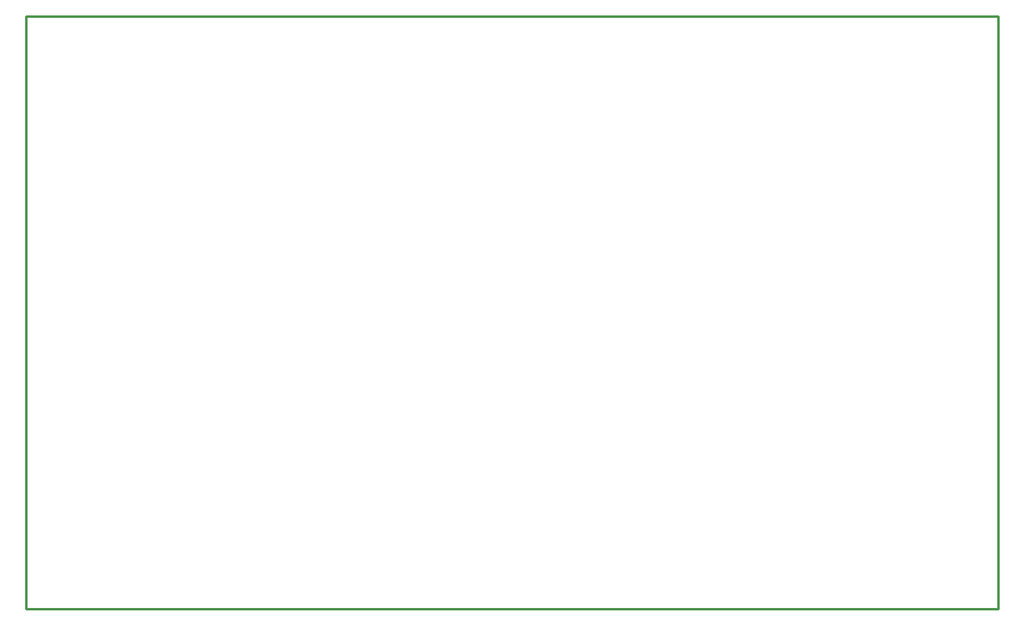
<source format=gbr>
G04 EAGLE Gerber RS-274X export*
G75*
%MOMM*%
%FSLAX34Y34*%
%LPD*%
%IN*%
%IPPOS*%
%AMOC8*
5,1,8,0,0,1.08239X$1,22.5*%
G01*
%ADD10C,0.254000*%


D10*
X63500Y0D02*
X1079300Y0D01*
X1079300Y619000D01*
X63500Y619000D01*
X63500Y0D01*
M02*

</source>
